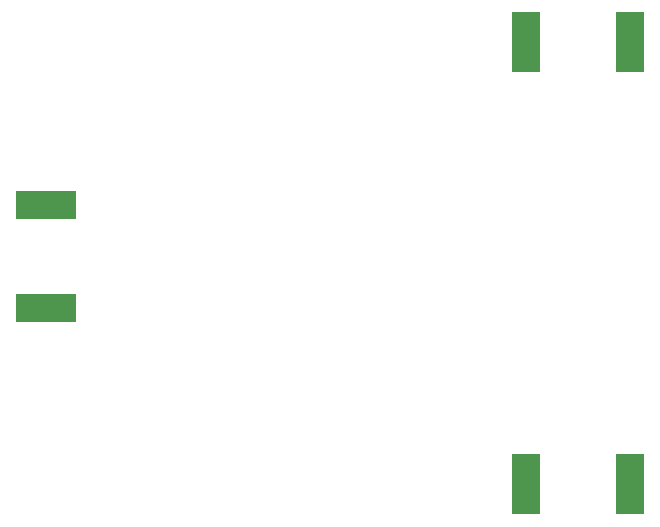
<source format=gbr>
%TF.GenerationSoftware,Altium Limited,Altium Designer,25.0.2 (28)*%
G04 Layer_Color=128*
%FSLAX45Y45*%
%MOMM*%
%TF.SameCoordinates,851EA07A-CAD4-451F-9E8F-DAFD993EE7E7*%
%TF.FilePolarity,Positive*%
%TF.FileFunction,Paste,Bot*%
%TF.Part,Single*%
G01*
G75*
%TA.AperFunction,ConnectorPad*%
%ADD11R,2.41300X5.08000*%
%ADD18R,5.08000X2.41300*%
D11*
X7766050Y2832100D02*
D03*
X6889750D02*
D03*
Y6578600D02*
D03*
X7766050D02*
D03*
D18*
X2819400Y4324350D02*
D03*
Y5200650D02*
D03*
%TF.MD5,364372823b7485da0d25a3cacb8372a8*%
M02*

</source>
